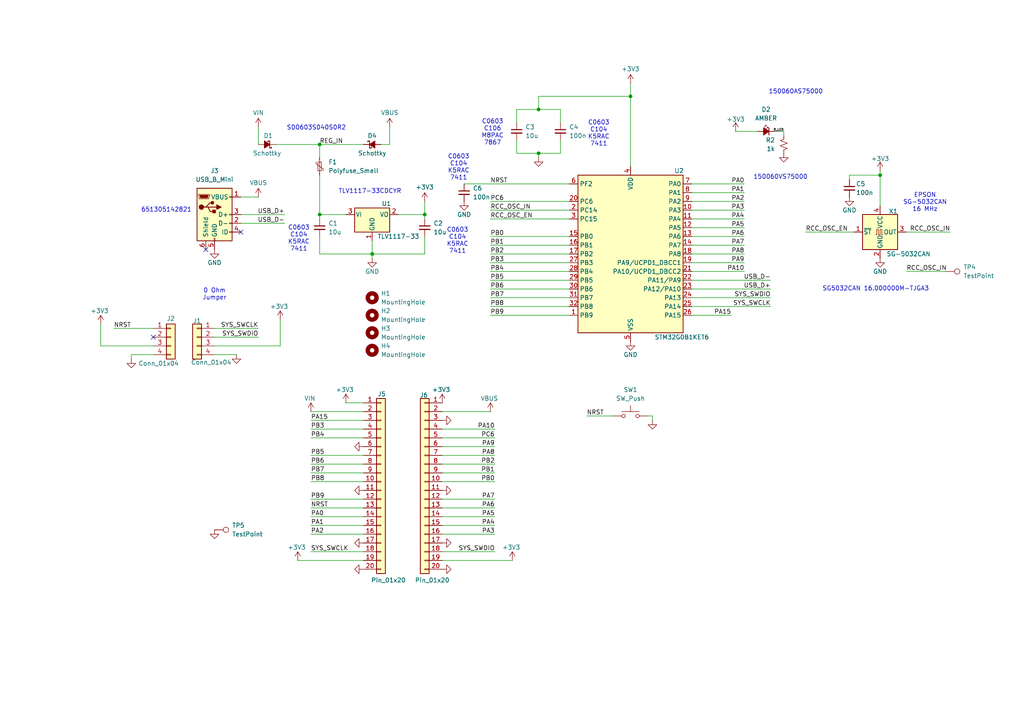
<source format=kicad_sch>
(kicad_sch (version 20231120) (generator "eeschema") (generator_version "8.0")
  (paper "A4")
  (lib_symbols
    (symbol "Connector:TestPoint" (pin_numbers hide) (pin_names (offset 0.762) hide)
      (property "Reference" "TP" (at 0 6.858 0))
      (property "Value" "TestPoint" (at 0 5.08 0))
      (symbol "TestPoint_0_1"
        (circle (center 0 3.302) (radius 0.762))
      )
      (symbol "TestPoint_1_1"
        (pin passive line (at 0 0 90) (length 2.54) (name "1") (number "1"))
      )
    )
    (symbol "Connector:USB_B_Mini" (pin_names (offset 1.016))
      (property "Reference" "J" (at -5.08 11.43 0))
      (property "Value" "USB_B_Mini" (at -5.08 8.89 0))
      (symbol "USB_B_Mini_0_1"
        (rectangle (start -5.08 -7.62) (end 5.08 7.62) (stroke (width 0.254)) (fill (type background)))
        (circle (center -3.81 2.159) (radius 0.635) (stroke (width 0.254)) (fill (type outline)))
        (circle (center -0.635 3.429) (radius 0.381) (stroke (width 0.254)) (fill (type outline)))
        (rectangle (start -0.127 -7.62) (end 0.127 -6.858))
        (polyline (pts (xy -1.905 2.159) (xy 0.635 2.159)) (stroke (width 0.254)))
        (polyline (pts (xy -3.175 2.159) (xy -2.54 2.159) (xy -1.27 3.429) (xy -0.635 3.429)) (stroke (width 0.254)))
        (polyline (pts (xy -2.54 2.159) (xy -1.905 2.159) (xy -1.27 0.889) (xy 0 0.889)) (stroke (width 0.254)))
        (polyline (pts (xy 0.635 2.794) (xy 0.635 1.524) (xy 1.905 2.159) (xy 0.635 2.794)) (stroke (width 0.254)) (fill (type outline)))
        (polyline (pts (xy -4.318 5.588) (xy -1.778 5.588) (xy -2.032 4.826) (xy -4.064 4.826) (xy -4.318 5.588)) (fill (type outline)))
        (polyline (pts (xy -4.699 5.842) (xy -4.699 5.588) (xy -4.445 4.826) (xy -4.445 4.572) (xy -1.651 4.572) (xy -1.651 4.826) (xy -1.397 5.588) (xy -1.397 5.842) (xy -4.699 5.842)))
        (rectangle (start 0.254 1.27) (end -0.508 0.508) (stroke (width 0.254)) (fill (type outline)))
        (rectangle (start 5.08 -5.207) (end 4.318 -4.953))
        (rectangle (start 5.08 -2.667) (end 4.318 -2.413))
        (rectangle (start 5.08 -0.127) (end 4.318 0.127))
        (rectangle (start 5.08 4.953) (end 4.318 5.207))
      )
      (symbol "USB_B_Mini_1_1"
        (pin power_out line (at 7.62 5.08 180) (length 2.54) (name "VBUS") (number "1"))
        (pin bidirectional line (at 7.62 -2.54 180) (length 2.54) (name "D-") (number "2"))
        (pin bidirectional line (at 7.62 0 180) (length 2.54) (name "D+") (number "3"))
        (pin passive line (at 7.62 -5.08 180) (length 2.54) (name "ID") (number "4"))
        (pin power_out line (at 0 -10.16 90) (length 2.54) (name "GND") (number "5"))
        (pin passive line (at -2.54 -10.16 90) (length 2.54) (name "Shield") (number "6"))
      )
    )
    (symbol "Connector_Generic:Conn_01x04" (pin_names (offset 1.016) hide)
      (property "Reference" "J" (at 0 5.08 0))
      (property "Value" "Conn_01x04" (at 0 -7.62 0))
      (symbol "Conn_01x04_1_1"
        (rectangle (start -1.27 -4.953) (end 0 -5.207) (stroke (width 0.1524)))
        (rectangle (start -1.27 -2.413) (end 0 -2.667) (stroke (width 0.1524)))
        (rectangle (start -1.27 0.127) (end 0 -0.127) (stroke (width 0.1524)))
        (rectangle (start -1.27 2.667) (end 0 2.413) (stroke (width 0.1524)))
        (rectangle (start -1.27 3.81) (end 1.27 -6.35) (stroke (width 0.254)) (fill (type background)))
        (pin passive line (at -5.08 2.54 0) (length 3.81) (name "Pin_1") (number "1"))
        (pin passive line (at -5.08 0 0) (length 3.81) (name "Pin_2") (number "2"))
        (pin passive line (at -5.08 -2.54 0) (length 3.81) (name "Pin_3") (number "3"))
        (pin passive line (at -5.08 -5.08 0) (length 3.81) (name "Pin_4") (number "4"))
      )
    )
    (symbol "Connector_Generic:Conn_01x20" (pin_names (offset 1.016) hide)
      (property "Reference" "J" (at 0 25.4 0))
      (property "Value" "Conn_01x20" (at 0 -27.94 0))
      (symbol "Conn_01x20_1_1"
        (rectangle (start -1.27 -25.273) (end 0 -25.527) (stroke (width 0.1524)))
        (rectangle (start -1.27 -22.733) (end 0 -22.987) (stroke (width 0.1524)))
        (rectangle (start -1.27 -20.193) (end 0 -20.447) (stroke (width 0.1524)))
        (rectangle (start -1.27 -17.653) (end 0 -17.907) (stroke (width 0.1524)))
        (rectangle (start -1.27 -15.113) (end 0 -15.367) (stroke (width 0.1524)))
        (rectangle (start -1.27 -12.573) (end 0 -12.827) (stroke (width 0.1524)))
        (rectangle (start -1.27 -10.033) (end 0 -10.287) (stroke (width 0.1524)))
        (rectangle (start -1.27 -7.493) (end 0 -7.747) (stroke (width 0.1524)))
        (rectangle (start -1.27 -4.953) (end 0 -5.207) (stroke (width 0.1524)))
        (rectangle (start -1.27 -2.413) (end 0 -2.667) (stroke (width 0.1524)))
        (rectangle (start -1.27 0.127) (end 0 -0.127) (stroke (width 0.1524)))
        (rectangle (start -1.27 2.667) (end 0 2.413) (stroke (width 0.1524)))
        (rectangle (start -1.27 5.207) (end 0 4.953) (stroke (width 0.1524)))
        (rectangle (start -1.27 7.747) (end 0 7.493) (stroke (width 0.1524)))
        (rectangle (start -1.27 10.287) (end 0 10.033) (stroke (width 0.1524)))
        (rectangle (start -1.27 12.827) (end 0 12.573) (stroke (width 0.1524)))
        (rectangle (start -1.27 15.367) (end 0 15.113) (stroke (width 0.1524)))
        (rectangle (start -1.27 17.907) (end 0 17.653) (stroke (width 0.1524)))
        (rectangle (start -1.27 20.447) (end 0 20.193) (stroke (width 0.1524)))
        (rectangle (start -1.27 22.987) (end 0 22.733) (stroke (width 0.1524)))
        (rectangle (start -1.27 24.13) (end 1.27 -26.67) (stroke (width 0.254)) (fill (type background)))
        (pin passive line (at -5.08 22.86 0) (length 3.81) (name "Pin_1") (number "1"))
        (pin passive line (at -5.08 0 0) (length 3.81) (name "Pin_10") (number "10"))
        (pin passive line (at -5.08 -2.54 0) (length 3.81) (name "Pin_11") (number "11"))
        (pin passive line (at -5.08 -5.08 0) (length 3.81) (name "Pin_12") (number "12"))
        (pin passive line (at -5.08 -7.62 0) (length 3.81) (name "Pin_13") (number "13"))
        (pin passive line (at -5.08 -10.16 0) (length 3.81) (name "Pin_14") (number "14"))
        (pin passive line (at -5.08 -12.7 0) (length 3.81) (name "Pin_15") (number "15"))
        (pin passive line (at -5.08 -15.24 0) (length 3.81) (name "Pin_16") (number "16"))
        (pin passive line (at -5.08 -17.78 0) (length 3.81) (name "Pin_17") (number "17"))
        (pin passive line (at -5.08 -20.32 0) (length 3.81) (name "Pin_18") (number "18"))
        (pin passive line (at -5.08 -22.86 0) (length 3.81) (name "Pin_19") (number "19"))
        (pin passive line (at -5.08 20.32 0) (length 3.81) (name "Pin_2") (number "2"))
        (pin passive line (at -5.08 -25.4 0) (length 3.81) (name "Pin_20") (number "20"))
        (pin passive line (at -5.08 17.78 0) (length 3.81) (name "Pin_3") (number "3"))
        (pin passive line (at -5.08 15.24 0) (length 3.81) (name "Pin_4") (number "4"))
        (pin passive line (at -5.08 12.7 0) (length 3.81) (name "Pin_5") (number "5"))
        (pin passive line (at -5.08 10.16 0) (length 3.81) (name "Pin_6") (number "6"))
        (pin passive line (at -5.08 7.62 0) (length 3.81) (name "Pin_7") (number "7"))
        (pin passive line (at -5.08 5.08 0) (length 3.81) (name "Pin_8") (number "8"))
        (pin passive line (at -5.08 2.54 0) (length 3.81) (name "Pin_9") (number "9"))
      )
    )
    (symbol "Device:C_Small" (pin_numbers hide) (pin_names (offset 0.254) hide)
      (property "Reference" "C" (at 0.254 1.778 0))
      (property "Value" "C_Small" (at 0.254 -2.032 0))
      (symbol "C_Small_0_1"
        (polyline (pts (xy -1.524 -0.508) (xy 1.524 -0.508)) (stroke (width 0.3302)))
        (polyline (pts (xy -1.524 0.508) (xy 1.524 0.508)) (stroke (width 0.3048)))
      )
      (symbol "C_Small_1_1"
        (pin passive line (at 0 2.54 270) (length 2.032) (name "~") (number "1"))
        (pin passive line (at 0 -2.54 90) (length 2.032) (name "~") (number "2"))
      )
    )
    (symbol "Device:D_Schottky_Small_Filled" (pin_numbers hide) (pin_names (offset 0.254) hide)
      (property "Reference" "D" (at -1.27 2.032 0))
      (property "Value" "D_Schottky_Small_Filled" (at -7.112 -2.032 0))
      (symbol "D_Schottky_Small_Filled_0_1"
        (polyline (pts (xy -0.762 0) (xy 0.762 0)))
        (polyline (pts (xy 0.762 -1.016) (xy -0.762 0) (xy 0.762 1.016) (xy 0.762 -1.016)) (stroke (width 0.254)) (fill (type outline)))
        (polyline (pts (xy -1.27 0.762) (xy -1.27 1.016) (xy -0.762 1.016) (xy -0.762 -1.016) (xy -0.254 -1.016) (xy -0.254 -0.762)) (stroke (width 0.254)))
      )
      (symbol "D_Schottky_Small_Filled_1_1"
        (pin passive line (at -2.54 0 0) (length 1.778) (name "K") (number "1"))
        (pin passive line (at 2.54 0 180) (length 1.778) (name "A") (number "2"))
      )
    )
    (symbol "Device:LED_Small_Filled" (pin_numbers hide) (pin_names (offset 0.254) hide)
      (property "Reference" "D" (at -1.27 3.175 0))
      (property "Value" "LED_Small_Filled" (at -4.445 -2.54 0))
      (symbol "LED_Small_Filled_0_1"
        (polyline (pts (xy -0.762 -1.016) (xy -0.762 1.016)) (stroke (width 0.254)))
        (polyline (pts (xy 1.016 0) (xy -0.762 0)))
        (polyline (pts (xy 0.762 -1.016) (xy -0.762 0) (xy 0.762 1.016) (xy 0.762 -1.016)) (stroke (width 0.254)) (fill (type outline)))
        (polyline (pts (xy 0 0.762) (xy -0.508 1.27) (xy -0.254 1.27) (xy -0.508 1.27) (xy -0.508 1.016)))
        (polyline (pts (xy 0.508 1.27) (xy 0 1.778) (xy 0.254 1.778) (xy 0 1.778) (xy 0 1.524)))
      )
      (symbol "LED_Small_Filled_1_1"
        (pin passive line (at -2.54 0 0) (length 1.778) (name "K") (number "1"))
        (pin passive line (at 2.54 0 180) (length 1.778) (name "A") (number "2"))
      )
    )
    (symbol "Device:Polyfuse_Small" (pin_numbers hide) (pin_names (offset 0))
      (property "Reference" "F" (at -1.905 0 90))
      (property "Value" "Polyfuse_Small" (at 1.905 0 90))
      (symbol "Polyfuse_Small_0_1"
        (rectangle (start -0.508 1.27) (end 0.508 -1.27))
        (polyline (pts (xy 0 2.54) (xy 0 -2.54)))
        (polyline (pts (xy -1.016 1.27) (xy -1.016 0.762) (xy 1.016 -0.762) (xy 1.016 -1.27)))
      )
      (symbol "Polyfuse_Small_1_1"
        (pin passive line (at 0 2.54 270) (length 0.635) (name "~") (number "1"))
        (pin passive line (at 0 -2.54 90) (length 0.635) (name "~") (number "2"))
      )
    )
    (symbol "Device:R_Small_US" (pin_numbers hide) (pin_names (offset 0.254) hide)
      (property "Reference" "R" (at 0.762 0.508 0))
      (property "Value" "R_Small_US" (at 0.762 -1.016 0))
      (symbol "R_Small_US_1_1"
        (polyline (pts (xy 0 0) (xy 1.016 -0.381) (xy 0 -0.762) (xy -1.016 -1.143) (xy 0 -1.524)))
        (polyline (pts (xy 0 1.524) (xy 1.016 1.143) (xy 0 0.762) (xy -1.016 0.381) (xy 0 0)))
        (pin passive line (at 0 2.54 270) (length 1.016) (name "~") (number "1"))
        (pin passive line (at 0 -2.54 90) (length 1.016) (name "~") (number "2"))
      )
    )
    (symbol "MCU_ST_STM32G0:STM32G0B1KETx"
      (property "Reference" "U" (at -15.24 24.13 0))
      (property "Value" "STM32G0B1KETx" (at 2.54 24.13 0))
      (symbol "STM32G0B1KETx_0_1"
        (rectangle (start -15.24 -22.86) (end 15.24 22.86) (stroke (width 0.254)) (fill (type background)))
      )
      (symbol "STM32G0B1KETx_1_1"
        (pin bidirectional line (at -17.78 -17.78 0) (length 2.54) (name "PB9") (number "1"))
        (pin bidirectional line (at 17.78 12.7 180) (length 2.54) (name "PA3") (number "10"))
        (pin bidirectional line (at 17.78 10.16 180) (length 2.54) (name "PA4") (number "11"))
        (pin bidirectional line (at 17.78 7.62 180) (length 2.54) (name "PA5") (number "12"))
        (pin bidirectional line (at 17.78 5.08 180) (length 2.54) (name "PA6") (number "13"))
        (pin bidirectional line (at 17.78 2.54 180) (length 2.54) (name "PA7") (number "14"))
        (pin bidirectional line (at -17.78 5.08 0) (length 2.54) (name "PB0") (number "15"))
        (pin bidirectional line (at -17.78 2.54 0) (length 2.54) (name "PB1") (number "16"))
        (pin bidirectional line (at -17.78 0 0) (length 2.54) (name "PB2") (number "17"))
        (pin bidirectional line (at 17.78 0 180) (length 2.54) (name "PA8") (number "18"))
        (pin bidirectional line (at 17.78 -2.54 180) (length 2.54) (name "PA9/UCPD1_DBCC1") (number "19"))
        (pin bidirectional line (at -17.78 12.7 0) (length 2.54) (name "PC14") (number "2"))
        (pin bidirectional line (at -17.78 15.24 0) (length 2.54) (name "PC6") (number "20"))
        (pin bidirectional line (at 17.78 -5.08 180) (length 2.54) (name "PA10/UCPD1_DBCC2") (number "21"))
        (pin bidirectional line (at 17.78 -7.62 180) (length 2.54) (name "PA11/PA9") (number "22"))
        (pin bidirectional line (at 17.78 -10.16 180) (length 2.54) (name "PA12/PA10") (number "23"))
        (pin bidirectional line (at 17.78 -12.7 180) (length 2.54) (name "PA13") (number "24"))
        (pin bidirectional line (at 17.78 -15.24 180) (length 2.54) (name "PA14") (number "25"))
        (pin bidirectional line (at 17.78 -17.78 180) (length 2.54) (name "PA15") (number "26"))
        (pin bidirectional line (at -17.78 -2.54 0) (length 2.54) (name "PB3") (number "27"))
        (pin bidirectional line (at -17.78 -5.08 0) (length 2.54) (name "PB4") (number "28"))
        (pin bidirectional line (at -17.78 -7.62 0) (length 2.54) (name "PB5") (number "29"))
        (pin bidirectional line (at -17.78 10.16 0) (length 2.54) (name "PC15") (number "3"))
        (pin bidirectional line (at -17.78 -10.16 0) (length 2.54) (name "PB6") (number "30"))
        (pin bidirectional line (at -17.78 -12.7 0) (length 2.54) (name "PB7") (number "31"))
        (pin bidirectional line (at -17.78 -15.24 0) (length 2.54) (name "PB8") (number "32"))
        (pin power_in line (at 0 25.4 270) (length 2.54) (name "VDD") (number "4"))
        (pin power_in line (at 0 -25.4 90) (length 2.54) (name "VSS") (number "5"))
        (pin bidirectional line (at -17.78 20.32 0) (length 2.54) (name "PF2") (number "6"))
        (pin bidirectional line (at 17.78 20.32 180) (length 2.54) (name "PA0") (number "7"))
        (pin bidirectional line (at 17.78 17.78 180) (length 2.54) (name "PA1") (number "8"))
        (pin bidirectional line (at 17.78 15.24 180) (length 2.54) (name "PA2") (number "9"))
      )
    )
    (symbol "Mechanical:MountingHole" (pin_names (offset 1.016)) (exclude_from_sim yes) (in_bom no)
      (property "Reference" "H" (at 0 5.08 0))
      (property "Value" "MountingHole" (at 0 3.175 0))
      (symbol "MountingHole_0_1"
        (circle (center 0 0) (radius 1.27) (stroke (width 1.27)))
      )
    )
    (symbol "Oscillator:SG-5032CAN" (pin_names (offset 0.254))
      (property "Reference" "X" (at -5.08 6.35 0))
      (property "Value" "SG-5032CAN" (at 1.27 -6.35 0))
      (symbol "SG-5032CAN_0_1"
        (rectangle (start -5.08 5.08) (end 5.08 -5.08) (stroke (width 0.254)) (fill (type background)))
        (polyline (pts (xy -1.27 -0.762) (xy -1.016 -0.762) (xy -1.016 0.762) (xy -0.508 0.762) (xy -0.508 -0.762) (xy 0 -0.762) (xy 0 0.762) (xy 0.508 0.762) (xy 0.508 -0.762) (xy 0.762 -0.762)))
      )
      (symbol "SG-5032CAN_1_1"
        (pin input line (at -7.62 0 0) (length 2.54) (name "~{ST}") (number "1"))
        (pin power_in line (at 0 -7.62 90) (length 2.54) (name "GND") (number "2"))
        (pin output line (at 7.62 0 180) (length 2.54) (name "OUT") (number "3"))
        (pin power_in line (at 0 7.62 270) (length 2.54) (name "VCC") (number "4"))
      )
    )
    (symbol "Regulator_Linear:TLV1117-33" (pin_names (offset 0.254))
      (property "Reference" "U" (at -3.81 3.175 0))
      (property "Value" "TLV1117-33" (at 0 3.175 0))
      (symbol "TLV1117-33_0_1"
        (rectangle (start -5.08 -5.08) (end 5.08 1.905) (stroke (width 0.254)) (fill (type background)))
      )
      (symbol "TLV1117-33_1_1"
        (pin power_in line (at 0 -7.62 90) (length 2.54) (name "GND") (number "1"))
        (pin power_out line (at 7.62 0 180) (length 2.54) (name "VO") (number "2"))
        (pin power_in line (at -7.62 0 0) (length 2.54) (name "VI") (number "3"))
      )
    )
    (symbol "Switch:SW_Push" (pin_numbers hide) (pin_names (offset 1.016) hide)
      (property "Reference" "SW" (at 1.27 2.54 0))
      (property "Value" "SW_Push" (at 0 -1.524 0))
      (symbol "SW_Push_0_1"
        (circle (center -2.032 0) (radius 0.508))
        (polyline (pts (xy 0 1.27) (xy 0 3.048)))
        (polyline (pts (xy 2.54 1.27) (xy -2.54 1.27)))
        (circle (center 2.032 0) (radius 0.508))
        (pin passive line (at -5.08 0 0) (length 2.54) (name "1") (number "1"))
        (pin passive line (at 5.08 0 180) (length 2.54) (name "2") (number "2"))
      )
    )
    (symbol "power:+3V3" (power) (pin_numbers hide) (pin_names (offset 0) hide)
      (property "Value" "+3V3" (at 0 3.556 0))
      (symbol "+3V3_0_1"
        (polyline (pts (xy -0.762 1.27) (xy 0 2.54)))
        (polyline (pts (xy 0 0) (xy 0 2.54)))
        (polyline (pts (xy 0 2.54) (xy 0.762 1.27)))
      )
      (symbol "+3V3_1_1"
        (pin power_in line (at 0 0 90) (length 0) (name "~") (number "1"))
      )
    )
    (symbol "power:GND" (power) (pin_numbers hide) (pin_names (offset 0) hide)
      (property "Value" "GND" (at 0 -3.81 0))
      (symbol "GND_0_1"
        (polyline (pts (xy 0 0) (xy 0 -1.27) (xy 1.27 -1.27) (xy 0 -2.54) (xy -1.27 -1.27) (xy 0 -1.27)))
      )
      (symbol "GND_1_1"
        (pin power_in line (at 0 0 270) (length 0) (name "~") (number "1"))
      )
    )
  )
  (junction (at 156.21 44.45))
  (junction (at 107.95 73.66))
  (junction (at 123.19 62.23))
  (junction (at 92.71 62.23))
  (junction (at 255.27 50.8))
  (junction (at 182.88 27.94))
  (junction (at 92.71 41.91))
  (junction (at 156.21 31.75))
  (no_connect (at 44.45 97.79))
  (no_connect (at 59.69 72.39))
  (no_connect (at 69.85 67.31))
  (wire (pts (xy 128.27 134.62) (xy 143.51 134.62)))
  (wire (pts (xy 123.19 68.58) (xy 123.19 73.66)))
  (wire (pts (xy 62.23 97.79) (xy 74.93 97.79)))
  (wire (pts (xy 215.9 73.66) (xy 200.66 73.66)))
  (wire (pts (xy 142.24 81.28) (xy 165.1 81.28)))
  (wire (pts (xy 142.24 83.82) (xy 165.1 83.82)))
  (wire (pts (xy 200.66 55.88) (xy 215.9 55.88)))
  (wire (pts (xy 149.86 31.75) (xy 156.21 31.75)))
  (wire (pts (xy 156.21 45.72) (xy 156.21 44.45)))
  (wire (pts (xy 107.95 73.66) (xy 123.19 73.66)))
  (wire (pts (xy 92.71 41.91) (xy 105.41 41.91)))
  (wire (pts (xy 162.56 40.64) (xy 162.56 44.45)))
  (wire (pts (xy 200.66 76.2) (xy 215.9 76.2)))
  (wire (pts (xy 113.03 36.83) (xy 113.03 41.91)))
  (wire (pts (xy 142.24 71.12) (xy 165.1 71.12)))
  (wire (pts (xy 213.36 38.1) (xy 219.71 38.1)))
  (wire (pts (xy 33.02 95.25) (xy 44.45 95.25)))
  (wire (pts (xy 90.17 132.08) (xy 105.41 132.08)))
  (wire (pts (xy 128.27 147.32) (xy 143.51 147.32)))
  (wire (pts (xy 107.95 74.93) (xy 107.95 73.66)))
  (wire (pts (xy 142.24 86.36) (xy 165.1 86.36)))
  (wire (pts (xy 142.24 58.42) (xy 165.1 58.42)))
  (wire (pts (xy 113.03 41.91) (xy 110.49 41.91)))
  (wire (pts (xy 69.85 62.23) (xy 82.55 62.23)))
  (wire (pts (xy 29.21 100.33) (xy 44.45 100.33)))
  (wire (pts (xy 182.88 24.13) (xy 182.88 27.94)))
  (wire (pts (xy 142.24 60.96) (xy 165.1 60.96)))
  (wire (pts (xy 90.17 139.7) (xy 105.41 139.7)))
  (wire (pts (xy 128.27 160.02) (xy 143.51 160.02)))
  (wire (pts (xy 81.28 92.71) (xy 81.28 100.33)))
  (wire (pts (xy 74.93 95.25) (xy 62.23 95.25)))
  (wire (pts (xy 142.24 76.2) (xy 165.1 76.2)))
  (wire (pts (xy 275.59 67.31) (xy 262.89 67.31)))
  (wire (pts (xy 68.58 102.87) (xy 62.23 102.87)))
  (wire (pts (xy 215.9 53.34) (xy 200.66 53.34)))
  (wire (pts (xy 86.36 162.56) (xy 105.41 162.56)))
  (wire (pts (xy 92.71 62.23) (xy 92.71 63.5)))
  (wire (pts (xy 156.21 44.45) (xy 149.86 44.45)))
  (wire (pts (xy 90.17 121.92) (xy 105.41 121.92)))
  (wire (pts (xy 215.9 66.04) (xy 200.66 66.04)))
  (wire (pts (xy 38.1 102.87) (xy 38.1 104.14)))
  (wire (pts (xy 142.24 63.5) (xy 165.1 63.5)))
  (wire (pts (xy 200.66 88.9) (xy 223.52 88.9)))
  (wire (pts (xy 200.66 81.28) (xy 223.52 81.28)))
  (wire (pts (xy 215.9 60.96) (xy 200.66 60.96)))
  (wire (pts (xy 29.21 100.33) (xy 29.21 93.98)))
  (wire (pts (xy 227.33 38.1) (xy 227.33 39.37)))
  (wire (pts (xy 143.51 124.46) (xy 128.27 124.46)))
  (wire (pts (xy 69.85 64.77) (xy 82.55 64.77)))
  (wire (pts (xy 149.86 44.45) (xy 149.86 40.64)))
  (wire (pts (xy 90.17 134.62) (xy 105.41 134.62)))
  (wire (pts (xy 92.71 68.58) (xy 92.71 73.66)))
  (wire (pts (xy 62.23 100.33) (xy 81.28 100.33)))
  (wire (pts (xy 156.21 27.94) (xy 182.88 27.94)))
  (wire (pts (xy 90.17 147.32) (xy 105.41 147.32)))
  (wire (pts (xy 148.59 162.56) (xy 128.27 162.56)))
  (wire (pts (xy 74.93 41.91) (xy 74.93 36.83)))
  (wire (pts (xy 107.95 73.66) (xy 107.95 69.85)))
  (wire (pts (xy 128.27 149.86) (xy 143.51 149.86)))
  (wire (pts (xy 215.9 63.5) (xy 200.66 63.5)))
  (wire (pts (xy 200.66 86.36) (xy 223.52 86.36)))
  (wire (pts (xy 90.17 124.46) (xy 105.41 124.46)))
  (wire (pts (xy 128.27 152.4) (xy 143.51 152.4)))
  (wire (pts (xy 115.57 62.23) (xy 123.19 62.23)))
  (wire (pts (xy 123.19 58.42) (xy 123.19 62.23)))
  (wire (pts (xy 74.93 57.15) (xy 69.85 57.15)))
  (wire (pts (xy 255.27 49.53) (xy 255.27 50.8)))
  (wire (pts (xy 134.62 53.34) (xy 165.1 53.34)))
  (wire (pts (xy 162.56 31.75) (xy 162.56 35.56)))
  (wire (pts (xy 100.33 62.23) (xy 92.71 62.23)))
  (wire (pts (xy 92.71 41.91) (xy 92.71 45.72)))
  (wire (pts (xy 128.27 137.16) (xy 143.51 137.16)))
  (wire (pts (xy 80.01 41.91) (xy 92.71 41.91)))
  (wire (pts (xy 128.27 129.54) (xy 143.51 129.54)))
  (wire (pts (xy 128.27 144.78) (xy 143.51 144.78)))
  (wire (pts (xy 233.68 67.31) (xy 247.65 67.31)))
  (wire (pts (xy 200.66 83.82) (xy 223.52 83.82)))
  (wire (pts (xy 44.45 102.87) (xy 38.1 102.87)))
  (wire (pts (xy 200.66 58.42) (xy 215.9 58.42)))
  (wire (pts (xy 90.17 119.38) (xy 105.41 119.38)))
  (wire (pts (xy 142.24 68.58) (xy 165.1 68.58)))
  (wire (pts (xy 128.27 132.08) (xy 143.51 132.08)))
  (wire (pts (xy 123.19 62.23) (xy 123.19 63.5)))
  (wire (pts (xy 142.24 78.74) (xy 165.1 78.74)))
  (wire (pts (xy 90.17 144.78) (xy 105.41 144.78)))
  (wire (pts (xy 90.17 154.94) (xy 105.41 154.94)))
  (wire (pts (xy 128.27 154.94) (xy 143.51 154.94)))
  (wire (pts (xy 255.27 50.8) (xy 255.27 59.69)))
  (wire (pts (xy 142.24 88.9) (xy 165.1 88.9)))
  (wire (pts (xy 189.23 120.65) (xy 187.96 120.65)))
  (wire (pts (xy 215.9 71.12) (xy 200.66 71.12)))
  (wire (pts (xy 255.27 50.8) (xy 246.38 50.8)))
  (wire (pts (xy 128.27 139.7) (xy 143.51 139.7)))
  (wire (pts (xy 100.33 116.84) (xy 105.41 116.84)))
  (wire (pts (xy 182.88 27.94) (xy 182.88 48.26)))
  (wire (pts (xy 156.21 31.75) (xy 156.21 27.94)))
  (wire (pts (xy 189.23 121.92) (xy 189.23 120.65)))
  (wire (pts (xy 215.9 68.58) (xy 200.66 68.58)))
  (wire (pts (xy 90.17 127) (xy 105.41 127)))
  (wire (pts (xy 92.71 50.8) (xy 92.71 62.23)))
  (wire (pts (xy 128.27 127) (xy 143.51 127)))
  (wire (pts (xy 215.9 78.74) (xy 200.66 78.74)))
  (wire (pts (xy 142.24 73.66) (xy 165.1 73.66)))
  (wire (pts (xy 90.17 137.16) (xy 105.41 137.16)))
  (wire (pts (xy 224.79 38.1) (xy 227.33 38.1)))
  (wire (pts (xy 246.38 50.8) (xy 246.38 52.07)))
  (wire (pts (xy 262.89 78.74) (xy 274.32 78.74)))
  (wire (pts (xy 90.17 160.02) (xy 105.41 160.02)))
  (wire (pts (xy 92.71 73.66) (xy 107.95 73.66)))
  (wire (pts (xy 90.17 152.4) (xy 105.41 152.4)))
  (wire (pts (xy 170.18 120.65) (xy 177.8 120.65)))
  (wire (pts (xy 162.56 44.45) (xy 156.21 44.45)))
  (wire (pts (xy 142.24 91.44) (xy 165.1 91.44)))
  (wire (pts (xy 156.21 31.75) (xy 162.56 31.75)))
  (wire (pts (xy 90.17 149.86) (xy 105.41 149.86)))
  (wire (pts (xy 212.09 91.44) (xy 200.66 91.44)))
  (wire (pts (xy 149.86 35.56) (xy 149.86 31.75)))
  (wire (pts (xy 128.27 119.38) (xy 142.24 119.38)))
  (text "651305142821" (at 48.26 60.96 0) (effects (font (size 1.27 1.27))))
  (text "150060AS75000" (at 230.8225 26.67 0) (effects (font (size 1.27 1.27))))
  (text "SG5032CAN 16.000000M-TJGA3" (at 254 83.82 0) (effects (font (size 1.27 1.27))))
  (text "150060VS75000" (at 226.3775 51.435 0) (effects (font (size 1.27 1.27))))
  (text "SD0603S040S0R2" (at 91.7575 37.1475 0) (effects (font (size 1.27 1.27))))
  (text "EPSON\nSG-5032CAN\n16 MHz" (at 268.2875 58.7375 0) (effects (font (size 1.27 1.27))))
  (text "0 Ohm\nJumper" (at 62.23 85.4075 0) (effects (font (size 1.27 1.27))))
  (text "C0603\nC104\nK5RAC\n7411" (at 173.6725 38.735 0) (effects (font (size 1.27 1.27))))
  (text "TLV1117-33CDCYR" (at 107.315 55.5625 0) (effects (font (size 1.27 1.27))))
  (text "C0603\nC104\nK5RAC\n7411" (at 132.715 69.85 0) (effects (font (size 1.27 1.27))))
  (text "C0603\nC106\nM8PAC\n7867" (at 142.875 38.4175 0) (effects (font (size 1.27 1.27))))
  (text "C0603\nC104\nK5RAC\n7411" (at 133.0325 48.5775 0) (effects (font (size 1.27 1.27))))
  (text "C0603\nC104\nK5RAC\n7411" (at 86.6775 69.215 0) (effects (font (size 1.27 1.27))))
  (label "USB_D-" (at 223.52 81.28 180))
  (label "PB9" (at 142.24 91.44 0))
  (label "PA7" (at 215.9 71.12 180))
  (label "PA0" (at 90.17 149.86 0))
  (label "PB6" (at 90.17 134.62 0))
  (label "PB8" (at 142.24 88.9 0))
  (label "PB3" (at 90.17 124.46 0))
  (label "PB5" (at 90.17 132.08 0))
  (label "PA7" (at 143.51 144.78 180))
  (label "PB5" (at 142.24 81.28 0))
  (label "SYS_SWDIO" (at 74.93 97.79 180))
  (label "PA5" (at 215.9 66.04 180))
  (label "PA1" (at 215.9 55.88 180))
  (label "PB2" (at 142.24 73.66 0))
  (label "USB_D+" (at 223.52 83.82 180))
  (label "PC6" (at 143.51 127 180))
  (label "RCC_OSC_IN" (at 142.24 60.96 0))
  (label "PA2" (at 90.17 154.94 0))
  (label "PA10" (at 143.51 124.46 180))
  (label "PA9" (at 143.51 129.54 180))
  (label "SYS_SWDIO" (at 143.51 160.02 180))
  (label "PB6" (at 142.24 83.82 0))
  (label "PA10" (at 215.9 78.74 180))
  (label "PB3" (at 142.24 76.2 0))
  (label "PA6" (at 215.9 68.58 180))
  (label "PA8" (at 215.9 73.66 180))
  (label "SYS_SWCLK" (at 90.17 160.02 0))
  (label "PA3" (at 143.51 154.94 180))
  (label "NRST" (at 142.24 53.34 0))
  (label "NRST" (at 90.17 147.32 0))
  (label "USB_D-" (at 82.55 64.77 180))
  (label "PA1" (at 90.17 152.4 0))
  (label "PB1" (at 143.51 137.16 180))
  (label "RCC_OSC_IN" (at 275.59 67.31 180))
  (label "PB7" (at 90.17 137.16 0))
  (label "PA3" (at 215.9 60.96 180))
  (label "SYS_SWCLK" (at 74.93 95.25 180))
  (label "PB4" (at 142.24 78.74 0))
  (label "RCC_OSC_IN" (at 262.89 78.74 0))
  (label "PA4" (at 215.9 63.5 180))
  (label "RCC_OSC_EN" (at 233.68 67.31 0))
  (label "PA6" (at 143.51 147.32 180))
  (label "PB8" (at 90.17 139.7 0))
  (label "PB9" (at 90.17 144.78 0))
  (label "PB0" (at 143.51 139.7 180))
  (label "PA15" (at 90.17 121.92 0))
  (label "PB1" (at 142.24 71.12 0))
  (label "PB0" (at 142.24 68.58 0))
  (label "PC6" (at 142.24 58.42 0))
  (label "PA4" (at 143.51 152.4 180))
  (label "PA2" (at 215.9 58.42 180))
  (label "RCC_OSC_EN" (at 142.24 63.5 0))
  (label "USB_D+" (at 82.55 62.23 180))
  (label "NRST" (at 33.02 95.25 0))
  (label "PB2" (at 143.51 134.62 180))
  (label "PB4" (at 90.17 127 0))
  (label "R_LED" (at 227.33 38.1 180) (effects (font (size 0.635 0.635))))
  (label "PB7" (at 142.24 86.36 0))
  (label "PA0" (at 215.9 53.34 180))
  (label "PA15" (at 212.09 91.44 180))
  (label "PA9" (at 215.9 76.2 180))
  (label "SYS_SWCLK" (at 223.52 88.9 180))
  (label "REG_IN" (at 92.71 41.91 0))
  (label "SYS_SWDIO" (at 223.52 86.36 180))
  (label "PA5" (at 143.51 149.86 180))
  (label "PA8" (at 143.51 132.08 180))
  (label "NRST" (at 170.18 120.65 0))
  (symbol (lib_id "Connector_Generic:Conn_01x20") (at 123.19 139.7 0) (mirror y) (unit 1)
    (property "Reference" "J6" (at 124.1425 114.6175 0) (effects (justify left)))
    (property "Value" "Pin_01x20" (at 120.3325 168.275 0) (effects (justify right)))
    (property "Footprint" "Connector_PinHeader_2.54mm:PinHeader_1x20_P2.54mm_Vertical" (effects (hide yes)))
    (property "Description" "Generic connector, single row, 01x20, script generated (kicad-library-utils/schlib/autogen/connector/)" (effects (hide yes)))
  )
  (symbol (lib_id "power:GND") (at 105.41 142.24 270) (unit 1)
    (property "Reference" "#PWR013" (effects (hide yes)))
    (property "Value" "GND" (effects (hide yes)))
    (property "Description" "Power symbol creates a global label with name \"GND\" , ground" (effects (hide yes)))
  )
  (symbol (lib_id "Device:LED_Small_Filled") (at 222.25 38.1 0) (mirror y) (unit 1)
    (property "Reference" "D2" (at 222.1865 31.75 0))
    (property "Value" "AMBER" (at 222.1865 34.29 0))
    (property "Footprint" "LED_SMD:LED_0603_1608Metric_Pad1.05x0.95mm_HandSolder" (effects (hide yes)))
    (property "Description" "Light emitting diode, small symbol, filled shape" (effects (hide yes)))
  )
  (symbol (lib_id "power:+3V3") (at 29.21 93.98 0) (unit 1)
    (property "Reference" "#PWR035" (effects (hide yes)))
    (property "Value" "+3V3" (at 28.8925 90.17 0))
    (property "Description" "Power symbol creates a global label with name \"+3V3\"" (effects (hide yes)))
  )
  (symbol (lib_id "Connector:TestPoint") (at 62.23 153.67 270) (unit 1)
    (property "Reference" "TP5" (at 67.31 152.3999 90) (effects (justify left)))
    (property "Value" "TestPoint" (at 67.31 154.9399 90) (effects (justify left)))
    (property "Footprint" "TestPoint:TestPoint_THTPad_D4.0mm_Drill2.0mm" (effects (hide yes)))
    (property "Description" "test point" (effects (hide yes)))
  )
  (symbol (lib_id "power:GND") (at 105.41 157.48 270) (unit 1)
    (property "Reference" "#PWR02" (effects (hide yes)))
    (property "Value" "GND" (effects (hide yes)))
    (property "Description" "Power symbol creates a global label with name \"GND\" , ground" (effects (hide yes)))
  )
  (symbol (lib_id "power:+3V3") (at 90.17 119.38 0) (unit 1)
    (property "Reference" "#PWR08" (effects (hide yes)))
    (property "Value" "VIN" (at 89.8525 115.57 0))
    (property "Description" "Power symbol creates a global label with name \"+3V3\"" (effects (hide yes)))
  )
  (symbol (lib_id "power:GND") (at 105.41 129.54 270) (unit 1)
    (property "Reference" "#PWR012" (effects (hide yes)))
    (property "Value" "GND" (effects (hide yes)))
    (property "Description" "Power symbol creates a global label with name \"GND\" , ground" (effects (hide yes)))
  )
  (symbol (lib_id "Mechanical:MountingHole") (at 107.95 86.36 0) (unit 1) (exclude_from_sim yes) (in_bom no)
    (property "Reference" "H1" (at 110.49 85.0899 0) (effects (justify left)))
    (property "Value" "MountingHole" (at 110.49 87.6299 0) (effects (justify left)))
    (property "Footprint" "MountingHole:MountingHole_2.2mm_M2" (effects (hide yes)))
    (property "Description" "Mounting Hole without connection" (effects (hide yes)))
  )
  (symbol (lib_id "Device:C_Small") (at 123.19 66.04 0) (unit 1)
    (property "Reference" "C2" (at 125.73 64.7762 0) (effects (justify left)))
    (property "Value" "10u" (at 125.73 67.3162 0) (effects (justify left)))
    (property "Footprint" "Capacitor_SMD:C_0603_1608Metric_Pad1.08x0.95mm_HandSolder" (effects (hide yes)))
    (property "Description" "Unpolarized capacitor, small symbol" (effects (hide yes)))
  )
  (symbol (lib_id "power:GND") (at 128.27 121.92 90) (unit 1)
    (property "Reference" "#PWR018" (effects (hide yes)))
    (property "Value" "GND" (effects (hide yes)))
    (property "Description" "Power symbol creates a global label with name \"GND\" , ground" (effects (hide yes)))
  )
  (symbol (lib_id "power:GND") (at 227.33 44.45 0) (mirror y) (unit 1)
    (property "Reference" "#PWR030" (effects (hide yes)))
    (property "Value" "GND" (effects (hide yes)))
    (property "Description" "Power symbol creates a global label with name \"GND\" , ground" (effects (hide yes)))
  )
  (symbol (lib_id "power:GND") (at 62.23 153.67 0) (unit 1)
    (property "Reference" "#PWR010" (effects (hide yes)))
    (property "Value" "GND" (effects (hide yes)))
    (property "Description" "Power symbol creates a global label with name \"GND\" , ground" (effects (hide yes)))
  )
  (symbol (lib_id "power:+3V3") (at 100.33 116.84 0) (unit 1)
    (property "Reference" "#PWR09" (effects (hide yes)))
    (property "Value" "+3V3" (at 100.0125 113.03 0))
    (property "Description" "Power symbol creates a global label with name \"+3V3\"" (effects (hide yes)))
  )
  (symbol (lib_id "power:+3V3") (at 113.03 36.83 0) (unit 1)
    (property "Reference" "#PWR029" (effects (hide yes)))
    (property "Value" "VBUS" (at 113.03 32.7025 0))
    (property "Description" "Power symbol creates a global label with name \"+3V3\"" (effects (hide yes)))
  )
  (symbol (lib_id "power:GND") (at 105.41 165.1 270) (unit 1)
    (property "Reference" "#PWR032" (effects (hide yes)))
    (property "Value" "GND" (effects (hide yes)))
    (property "Description" "Power symbol creates a global label with name \"GND\" , ground" (effects (hide yes)))
  )
  (symbol (lib_id "Device:R_Small_US") (at 227.33 41.91 0) (mirror x) (unit 1)
    (property "Reference" "R2" (at 224.79 40.6399 0) (effects (justify right)))
    (property "Value" "1k" (at 224.79 43.1799 0) (effects (justify right)))
    (property "Footprint" "Resistor_SMD:R_0603_1608Metric_Pad0.98x0.95mm_HandSolder" (effects (hide yes)))
    (property "Description" "Resistor, small US symbol" (effects (hide yes)))
  )
  (symbol (lib_id "power:+3V3") (at 74.93 36.83 0) (unit 1)
    (property "Reference" "#PWR07" (effects (hide yes)))
    (property "Value" "VIN" (at 74.93 32.7025 0))
    (property "Description" "Power symbol creates a global label with name \"+3V3\"" (effects (hide yes)))
  )
  (symbol (lib_id "Connector:USB_B_Mini") (at 62.23 62.23 0) (unit 1)
    (property "Reference" "J3" (at 62.23 49.53 0))
    (property "Value" "USB_B_Mini" (at 62.23 52.07 0))
    (property "Footprint" "Connector_USB:USB_Mini-B_Wuerth_65100516121_Horizontal" (effects (hide yes)))
    (property "Description" "USB Mini Type B connector" (effects (hide yes)))
  )
  (symbol (lib_id "Connector:TestPoint") (at 274.32 78.74 270) (unit 1)
    (property "Reference" "TP4" (at 279.4 77.4699 90) (effects (justify left)))
    (property "Value" "TestPoint" (at 279.4 80.0099 90) (effects (justify left)))
    (property "Footprint" "TestPoint:TestPoint_THTPad_D1.0mm_Drill0.5mm" (effects (hide yes)))
    (property "Description" "test point" (effects (hide yes)))
  )
  (symbol (lib_id "MCU_ST_STM32G0:STM32G0B1KETx") (at 182.88 73.66 0) (unit 1)
    (property "Reference" "U2" (at 195.58 49.53 0) (effects (justify left)))
    (property "Value" "STM32G0B1KET6" (at 189.865 97.79 0) (effects (justify left)))
    (property "Footprint" "Package_QFP:LQFP-32_7x7mm_P0.8mm" (effects (hide yes)))
    (property "Datasheet" "https://www.st.com/resource/en/datasheet/stm32g0b1ke.pdf" (effects (hide yes)))
    (property "Description" "STMicroelectronics Arm Cortex-M0+ MCU, 512KB flash, 144KB RAM, 64 MHz, 1.7-3.6V, 30 GPIO, LQFP32" (effects (hide yes)))
  )
  (symbol (lib_id "power:GND") (at 128.27 157.48 90) (unit 1)
    (property "Reference" "#PWR021" (effects (hide yes)))
    (property "Value" "GND" (effects (hide yes)))
    (property "Description" "Power symbol creates a global label with name \"GND\" , ground" (effects (hide yes)))
  )
  (symbol (lib_id "Switch:SW_Push") (at 182.88 120.65 0) (unit 1)
    (property "Reference" "SW1" (at 182.88 113.03 0))
    (property "Value" "SW_Push" (at 182.88 115.57 0))
    (property "Footprint" "Button_Switch_SMD:SW_SPST_PTS810" (effects (hide yes)))
    (property "Description" "Push button switch, generic, two pins" (effects (hide yes)))
  )
  (symbol (lib_id "power:+3V3") (at 255.27 49.53 0) (unit 1)
    (property "Reference" "#PWR026" (effects (hide yes)))
    (property "Value" "+3V3" (at 255.27 46.0375 0))
    (property "Description" "Power symbol creates a global label with name \"+3V3\"" (effects (hide yes)))
  )
  (symbol (lib_id "power:+3V3") (at 123.19 58.42 0) (unit 1)
    (property "Reference" "#PWR016" (effects (hide yes)))
    (property "Value" "+3V3" (at 123.19 54.2925 0))
    (property "Description" "Power symbol creates a global label with name \"+3V3\"" (effects (hide yes)))
  )
  (symbol (lib_id "Device:C_Small") (at 162.56 38.1 0) (unit 1)
    (property "Reference" "C4" (at 165.1 36.8362 0) (effects (justify left)))
    (property "Value" "100n" (at 165.1 39.3762 0) (effects (justify left)))
    (property "Footprint" "Capacitor_SMD:C_0603_1608Metric_Pad1.08x0.95mm_HandSolder" (effects (hide yes)))
    (property "Description" "Unpolarized capacitor, small symbol" (effects (hide yes)))
  )
  (symbol (lib_id "Device:D_Schottky_Small_Filled") (at 77.47 41.91 180) (unit 1)
    (property "Reference" "D1" (at 77.7875 39.37 0))
    (property "Value" "Schottky" (at 77.47 44.45 0))
    (property "Footprint" "Diode_SMD:D_0603_1608Metric" (effects (hide yes)))
    (property "Description" "Schottky diode, small symbol, filled shape" (effects (hide yes)))
  )
  (symbol (lib_id "power:GND") (at 62.23 72.39 0) (unit 1)
    (property "Reference" "#PWR05" (effects (hide yes)))
    (property "Value" "GND" (at 62.23 76.2 0))
    (property "Description" "Power symbol creates a global label with name \"GND\" , ground" (effects (hide yes)))
  )
  (symbol (lib_id "power:GND") (at 128.27 165.1 90) (unit 1)
    (property "Reference" "#PWR020" (effects (hide yes)))
    (property "Value" "GND" (effects (hide yes)))
    (property "Description" "Power symbol creates a global label with name \"GND\" , ground" (effects (hide yes)))
  )
  (symbol (lib_id "power:+3V3") (at 74.93 57.15 0) (unit 1)
    (property "Reference" "#PWR06" (effects (hide yes)))
    (property "Value" "VBUS" (at 74.93 53.0225 0))
    (property "Description" "Power symbol creates a global label with name \"+3V3\"" (effects (hide yes)))
  )
  (symbol (lib_id "power:+3V3") (at 142.24 119.38 0) (unit 1)
    (property "Reference" "#PWR028" (effects (hide yes)))
    (property "Value" "VBUS" (at 141.9225 115.57 0))
    (property "Description" "Power symbol creates a global label with name \"+3V3\"" (effects (hide yes)))
  )
  (symbol (lib_id "power:GND") (at 107.95 74.93 0) (unit 1)
    (property "Reference" "#PWR015" (effects (hide yes)))
    (property "Value" "GND" (at 107.95 78.74 0))
    (property "Description" "Power symbol creates a global label with name \"GND\" , ground" (effects (hide yes)))
  )
  (symbol (lib_id "power:+3V3") (at 86.36 162.56 0) (unit 1)
    (property "Reference" "#PWR014" (effects (hide yes)))
    (property "Value" "+3V3" (at 86.0425 158.75 0))
    (property "Description" "Power symbol creates a global label with name \"+3V3\"" (effects (hide yes)))
  )
  (symbol (lib_id "Mechanical:MountingHole") (at 107.95 91.44 0) (unit 1) (exclude_from_sim yes) (in_bom no)
    (property "Reference" "H2" (at 110.49 90.1699 0) (effects (justify left)))
    (property "Value" "MountingHole" (at 110.49 92.7099 0) (effects (justify left)))
    (property "Footprint" "MountingHole:MountingHole_2.2mm_M2" (effects (hide yes)))
    (property "Description" "Mounting Hole without connection" (effects (hide yes)))
  )
  (symbol (lib_id "Regulator_Linear:TLV1117-33") (at 107.95 62.23 0) (unit 1)
    (property "Reference" "U1" (at 112.0775 59.055 0))
    (property "Value" "TLV1117-33" (at 115.57 68.58 0))
    (property "Footprint" "Package_TO_SOT_SMD:SOT-223-3_TabPin2" (effects (hide yes)))
    (property "Datasheet" "http://www.ti.com/lit/ds/symlink/tlv1117.pdf" (effects (hide yes)))
    (property "Description" "800mA Low-Dropout Linear Regulator, 3.3V fixed output, TO-220/TO-252/TO-263/SOT-223" (effects (hide yes)))
  )
  (symbol (lib_id "Device:C_Small") (at 134.62 55.88 0) (unit 1)
    (property "Reference" "C6" (at 137.16 54.6162 0) (effects (justify left)))
    (property "Value" "100n" (at 137.16 57.1562 0) (effects (justify left)))
    (property "Footprint" "Capacitor_SMD:C_0603_1608Metric_Pad1.08x0.95mm_HandSolder" (effects (hide yes)))
    (property "Description" "Unpolarized capacitor, small symbol" (effects (hide yes)))
  )
  (symbol (lib_id "Mechanical:MountingHole") (at 107.95 96.52 0) (unit 1) (exclude_from_sim yes) (in_bom no)
    (property "Reference" "H3" (at 110.49 95.2499 0) (effects (justify left)))
    (property "Value" "MountingHole" (at 110.49 97.7899 0) (effects (justify left)))
    (property "Footprint" "MountingHole:MountingHole_2.2mm_M2" (effects (hide yes)))
    (property "Description" "Mounting Hole without connection" (effects (hide yes)))
  )
  (symbol (lib_id "power:+3V3") (at 213.36 38.1 0) (unit 1)
    (property "Reference" "#PWR031" (effects (hide yes)))
    (property "Value" "+3V3" (at 213.36 34.6075 0))
    (property "Description" "Power symbol creates a global label with name \"+3V3\"" (effects (hide yes)))
  )
  (symbol (lib_id "power:+3V3") (at 182.88 24.13 0) (unit 1)
    (property "Reference" "#PWR023" (effects (hide yes)))
    (property "Value" "+3V3" (at 182.88 20.0025 0))
    (property "Description" "Power symbol creates a global label with name \"+3V3\"" (effects (hide yes)))
  )
  (symbol (lib_id "power:GND") (at 128.27 142.24 90) (unit 1)
    (property "Reference" "#PWR019" (effects (hide yes)))
    (property "Value" "GND" (effects (hide yes)))
    (property "Description" "Power symbol creates a global label with name \"GND\" , ground" (effects (hide yes)))
  )
  (symbol (lib_id "power:GND") (at 246.38 57.15 0) (unit 1)
    (property "Reference" "#PWR025" (effects (hide yes)))
    (property "Value" "GND" (at 246.38 60.96 0))
    (property "Description" "Power symbol creates a global label with name \"GND\" , ground" (effects (hide yes)))
  )
  (symbol (lib_id "power:GND") (at 38.1 104.14 0) (unit 1)
    (property "Reference" "#PWR034" (effects (hide yes)))
    (property "Value" "GND" (effects (hide yes)))
    (property "Description" "Power symbol creates a global label with name \"GND\" , ground" (effects (hide yes)))
  )
  (symbol (lib_id "Device:Polyfuse_Small") (at 92.71 48.26 0) (unit 1)
    (property "Reference" "F1" (at 95.25 46.9899 0) (effects (justify left)))
    (property "Value" "Polyfuse_Small" (at 95.25 49.5299 0) (effects (justify left)))
    (property "Footprint" "Fuse:Fuse_1206_3216Metric" (effects (hide yes)))
    (property "Description" "Resettable fuse, polymeric positive temperature coefficient, small symbol" (effects (hide yes)))
  )
  (symbol (lib_id "Connector_Generic:Conn_01x20") (at 110.49 139.7 0) (unit 1)
    (property "Reference" "J5" (at 109.5375 114.3 0) (effects (justify left)))
    (property "Value" "Pin_01x20" (at 107.6325 168.275 0) (effects (justify left)))
    (property "Footprint" "Connector_PinHeader_2.54mm:PinHeader_1x20_P2.54mm_Vertical" (effects (hide yes)))
    (property "Description" "Generic connector, single row, 01x20, script generated (kicad-library-utils/schlib/autogen/connector/)" (effects (hide yes)))
  )
  (symbol (lib_id "Device:C_Small") (at 149.86 38.1 0) (unit 1)
    (property "Reference" "C3" (at 152.4 36.8362 0) (effects (justify left)))
    (property "Value" "10u" (at 152.4 39.3762 0) (effects (justify left)))
    (property "Footprint" "Capacitor_SMD:C_0603_1608Metric_Pad1.08x0.95mm_HandSolder" (effects (hide yes)))
    (property "Description" "Unpolarized capacitor, small symbol" (effects (hide yes)))
  )
  (symbol (lib_id "Device:C_Small") (at 246.38 54.61 0) (unit 1)
    (property "Reference" "C5" (at 248.285 53.34 0) (effects (justify left)))
    (property "Value" "100n" (at 248.285 55.88 0) (effects (justify left)))
    (property "Footprint" "Capacitor_SMD:C_0603_1608Metric_Pad1.08x0.95mm_HandSolder" (effects (hide yes)))
    (property "Description" "Unpolarized capacitor, small symbol" (effects (hide yes)))
  )
  (symbol (lib_id "Connector_Generic:Conn_01x04") (at 57.15 97.79 0) (mirror y) (unit 1)
    (property "Reference" "J1" (at 57.15 93.0275 0))
    (property "Value" "Conn_01x04" (at 61.2775 105.0925 0))
    (property "Footprint" "Connector_PinHeader_2.54mm:PinHeader_1x04_P2.54mm_Vertical" (effects (hide yes)))
    (property "Description" "Generic connector, single row, 01x04, script generated (kicad-library-utils/schlib/autogen/connector/)" (effects (hide yes)))
  )
  (symbol (lib_id "power:GND") (at 134.62 58.42 0) (unit 1)
    (property "Reference" "#PWR01" (effects (hide yes)))
    (property "Value" "GND" (at 134.62 62.23 0))
    (property "Description" "Power symbol creates a global label with name \"GND\" , ground" (effects (hide yes)))
  )
  (symbol (lib_id "power:GND") (at 182.88 99.06 0) (unit 1)
    (property "Reference" "#PWR024" (effects (hide yes)))
    (property "Value" "GND" (at 182.88 102.87 0))
    (property "Description" "Power symbol creates a global label with name \"GND\" , ground" (effects (hide yes)))
  )
  (symbol (lib_id "Mechanical:MountingHole") (at 107.95 101.6 0) (unit 1) (exclude_from_sim yes) (in_bom no)
    (property "Reference" "H4" (at 110.49 100.3299 0) (effects (justify left)))
    (property "Value" "MountingHole" (at 110.49 102.8699 0) (effects (justify left)))
    (property "Footprint" "MountingHole:MountingHole_2.2mm_M2" (effects (hide yes)))
    (property "Description" "Mounting Hole without connection" (effects (hide yes)))
  )
  (symbol (lib_id "power:GND") (at 189.23 121.92 0) (unit 1)
    (property "Reference" "#PWR011" (effects (hide yes)))
    (property "Value" "GND" (effects (hide yes)))
    (property "Description" "Power symbol creates a global label with name \"GND\" , ground" (effects (hide yes)))
  )
  (symbol (lib_id "power:GND") (at 156.21 45.72 0) (unit 1)
    (property "Reference" "#PWR022" (effects (hide yes)))
    (property "Value" "GND" (effects (hide yes)))
    (property "Description" "Power symbol creates a global label with name \"GND\" , ground" (effects (hide yes)))
  )
  (symbol (lib_id "power:+3V3") (at 81.28 92.71 0) (unit 1)
    (property "Reference" "#PWR03" (effects (hide yes)))
    (property "Value" "+3V3" (at 80.9625 88.9 0))
    (property "Description" "Power symbol creates a global label with name \"+3V3\"" (effects (hide yes)))
  )
  (symbol (lib_id "power:+3V3") (at 148.59 162.56 0) (unit 1)
    (property "Reference" "#PWR033" (effects (hide yes)))
    (property "Value" "+3V3" (at 148.2725 158.75 0))
    (property "Description" "Power symbol creates a global label with name \"+3V3\"" (effects (hide yes)))
  )
  (symbol (lib_id "power:+3V3") (at 128.27 116.84 0) (unit 1)
    (property "Reference" "#PWR017" (effects (hide yes)))
    (property "Value" "+3V3" (at 127.9525 113.03 0))
    (property "Description" "Power symbol creates a global label with name \"+3V3\"" (effects (hide yes)))
  )
  (symbol (lib_id "power:GND") (at 255.27 74.93 0) (unit 1)
    (property "Reference" "#PWR027" (effects (hide yes)))
    (property "Value" "GND" (at 255.27 78.74 0))
    (property "Description" "Power symbol creates a global label with name \"GND\" , ground" (effects (hide yes)))
  )
  (symbol (lib_id "Connector_Generic:Conn_01x04") (at 49.53 97.79 0) (unit 1)
    (property "Reference" "J2" (at 49.53 92.3925 0))
    (property "Value" "Conn_01x04" (at 46.0375 105.41 0))
    (property "Footprint" "Connector_PinHeader_2.54mm:PinHeader_1x04_P2.54mm_Vertical" (effects (hide yes)))
    (property "Description" "Generic connector, single row, 01x04, script generated (kicad-library-utils/schlib/autogen/connector/)" (effects (hide yes)))
  )
  (symbol (lib_id "power:GND") (at 68.58 102.87 0) (unit 1)
    (property "Reference" "#PWR04" (effects (hide yes)))
    (property "Value" "GND" (effects (hide yes)))
    (property "Description" "Power symbol creates a global label with name \"GND\" , ground" (effects (hide yes)))
  )
  (symbol (lib_id "Oscillator:SG-5032CAN") (at 255.27 67.31 0) (unit 1)
    (property "Reference" "X1" (at 259.08 61.2775 0))
    (property "Value" "SG-5032CAN" (at 263.525 73.66 0))
    (property "Footprint" "Oscillator:Oscillator_SMD_SeikoEpson_SG8002LB-4Pin_5.0x3.2mm" (effects (hide yes)))
    (property "Datasheet" "https://support.epson.biz/td/api/doc_check.php?dl=brief_SG5032CAN&lang=en" (effects (hide yes)))
    (property "Description" "CMOS Clock Oscillator 1 to 75 MHz" (effects (hide yes)))
  )
  (symbol (lib_id "Device:D_Schottky_Small_Filled") (at 107.95 41.91 0) (unit 1)
    (property "Reference" "D4" (at 107.95 39.37 0))
    (property "Value" "Schottky" (at 107.95 44.45 0))
    (property "Footprint" "Diode_SMD:D_0603_1608Metric" (effects (hide yes)))
    (property "Description" "Schottky diode, small symbol, filled shape" (effects (hide yes)))
  )
  (symbol (lib_id "Device:C_Small") (at 92.71 66.04 0) (unit 1)
    (property "Reference" "C1" (at 95.25 64.7762 0) (effects (justify left)))
    (property "Value" "10u" (at 95.25 67.3162 0) (effects (justify left)))
    (property "Footprint" "Capacitor_SMD:C_0603_1608Metric_Pad1.08x0.95mm_HandSolder" (effects (hide yes)))
    (property "Description" "Unpolarized capacitor, small symbol" (effects (hide yes)))
  )
)
</source>
